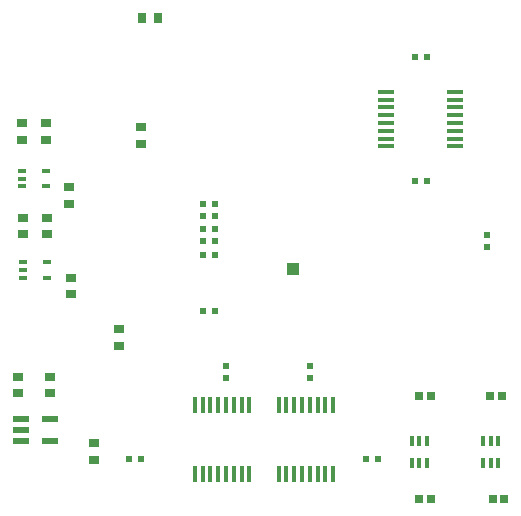
<source format=gtp>
G04*
G04 #@! TF.GenerationSoftware,Altium Limited,Altium Designer,18.0.11 (651)*
G04*
G04 Layer_Color=8421504*
%FSLAX25Y25*%
%MOIN*%
G70*
G01*
G75*
%ADD18R,0.04331X0.04331*%
%ADD19R,0.05800X0.02200*%
%ADD20R,0.02835X0.02835*%
%ADD21R,0.01968X0.02362*%
G04:AMPARAMS|DCode=22|XSize=15.75mil|YSize=25.59mil|CornerRadius=1.97mil|HoleSize=0mil|Usage=FLASHONLY|Rotation=90.000|XOffset=0mil|YOffset=0mil|HoleType=Round|Shape=RoundedRectangle|*
%AMROUNDEDRECTD22*
21,1,0.01575,0.02165,0,0,90.0*
21,1,0.01181,0.02559,0,0,90.0*
1,1,0.00394,0.01083,0.00591*
1,1,0.00394,0.01083,-0.00591*
1,1,0.00394,-0.01083,-0.00591*
1,1,0.00394,-0.01083,0.00591*
%
%ADD22ROUNDEDRECTD22*%
%ADD23R,0.03543X0.03150*%
%ADD24R,0.05600X0.01400*%
%ADD25R,0.01400X0.05600*%
%ADD26R,0.02362X0.01968*%
G04:AMPARAMS|DCode=27|XSize=15.75mil|YSize=33.47mil|CornerRadius=3.94mil|HoleSize=0mil|Usage=FLASHONLY|Rotation=180.000|XOffset=0mil|YOffset=0mil|HoleType=Round|Shape=RoundedRectangle|*
%AMROUNDEDRECTD27*
21,1,0.01575,0.02559,0,0,180.0*
21,1,0.00787,0.03347,0,0,180.0*
1,1,0.00787,-0.00394,0.01280*
1,1,0.00787,0.00394,0.01280*
1,1,0.00787,0.00394,-0.01280*
1,1,0.00787,-0.00394,-0.01280*
%
%ADD27ROUNDEDRECTD27*%
%ADD28R,0.03150X0.03543*%
D18*
X114173Y-101969D02*
D03*
D19*
X23647Y-151812D02*
D03*
Y-155512D02*
D03*
Y-159212D02*
D03*
X33046D02*
D03*
Y-151812D02*
D03*
D20*
X180709Y-178740D02*
D03*
X184646D02*
D03*
X156299D02*
D03*
X160236D02*
D03*
X183858Y-144095D02*
D03*
X179921D02*
D03*
X160236D02*
D03*
X156299D02*
D03*
D21*
X119780Y-134311D02*
D03*
Y-138249D02*
D03*
X91840Y-134301D02*
D03*
Y-138239D02*
D03*
X178870Y-94449D02*
D03*
Y-90512D02*
D03*
D22*
X31910Y-69265D02*
D03*
Y-74383D02*
D03*
X23840D02*
D03*
Y-71824D02*
D03*
Y-69265D02*
D03*
X32103Y-99737D02*
D03*
Y-104855D02*
D03*
X24033D02*
D03*
Y-102296D02*
D03*
Y-99737D02*
D03*
D23*
X32206Y-90328D02*
D03*
Y-84816D02*
D03*
X24332Y-90328D02*
D03*
Y-84816D02*
D03*
X22441Y-143307D02*
D03*
Y-137795D02*
D03*
X33071Y-143307D02*
D03*
Y-137795D02*
D03*
X56299Y-127559D02*
D03*
Y-122047D02*
D03*
X40080Y-110406D02*
D03*
Y-104894D02*
D03*
X48000Y-165500D02*
D03*
Y-159988D02*
D03*
X63610Y-54704D02*
D03*
Y-60216D02*
D03*
X31812Y-53320D02*
D03*
Y-58831D02*
D03*
X39686Y-80091D02*
D03*
Y-74579D02*
D03*
X23938Y-58831D02*
D03*
Y-53320D02*
D03*
D24*
X145193Y-42869D02*
D03*
Y-45469D02*
D03*
Y-48068D02*
D03*
Y-50669D02*
D03*
Y-53268D02*
D03*
Y-55869D02*
D03*
Y-58469D02*
D03*
Y-61068D02*
D03*
X168193D02*
D03*
Y-58469D02*
D03*
Y-55869D02*
D03*
Y-53268D02*
D03*
Y-50669D02*
D03*
Y-48068D02*
D03*
Y-45469D02*
D03*
Y-42869D02*
D03*
D25*
X99639Y-147161D02*
D03*
X97039D02*
D03*
X94439D02*
D03*
X91839D02*
D03*
X89239D02*
D03*
X86639D02*
D03*
X84039D02*
D03*
X81439D02*
D03*
Y-170161D02*
D03*
X84039D02*
D03*
X86639D02*
D03*
X89239D02*
D03*
X91839D02*
D03*
X94439D02*
D03*
X97039D02*
D03*
X99639D02*
D03*
X127592D02*
D03*
X124992D02*
D03*
X122392D02*
D03*
X119792D02*
D03*
X117192D02*
D03*
X114592D02*
D03*
X111992D02*
D03*
X109392D02*
D03*
Y-147161D02*
D03*
X111992D02*
D03*
X114592D02*
D03*
X117192D02*
D03*
X119792D02*
D03*
X122392D02*
D03*
X124992D02*
D03*
X127592D02*
D03*
D26*
X84211Y-115900D02*
D03*
X88148D02*
D03*
X84251Y-80110D02*
D03*
X88188D02*
D03*
X84211Y-84370D02*
D03*
X88148D02*
D03*
X84272Y-88580D02*
D03*
X88209D02*
D03*
X84232Y-97310D02*
D03*
X88169D02*
D03*
X84211Y-92700D02*
D03*
X88148D02*
D03*
X154882Y-72490D02*
D03*
X158818D02*
D03*
X154882Y-31310D02*
D03*
X158818D02*
D03*
X138662Y-165270D02*
D03*
X142598D02*
D03*
X63408D02*
D03*
X59471D02*
D03*
D27*
X158858Y-159252D02*
D03*
X156299D02*
D03*
X153740D02*
D03*
X158858Y-166535D02*
D03*
X156299D02*
D03*
X153740D02*
D03*
X182677Y-159252D02*
D03*
X180118D02*
D03*
X177559D02*
D03*
X182677Y-166535D02*
D03*
X180118D02*
D03*
X177559D02*
D03*
D28*
X63779Y-18110D02*
D03*
X69291D02*
D03*
M02*

</source>
